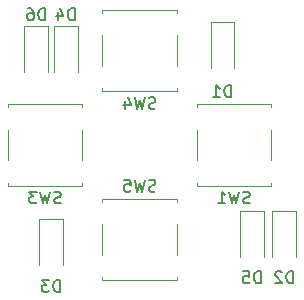
<source format=gbr>
%TF.GenerationSoftware,KiCad,Pcbnew,5.1.9+dfsg1-1*%
%TF.CreationDate,2021-11-08T10:09:36+01:00*%
%TF.ProjectId,Controller,436f6e74-726f-46c6-9c65-722e6b696361,rev?*%
%TF.SameCoordinates,Original*%
%TF.FileFunction,Legend,Bot*%
%TF.FilePolarity,Positive*%
%FSLAX46Y46*%
G04 Gerber Fmt 4.6, Leading zero omitted, Abs format (unit mm)*
G04 Created by KiCad (PCBNEW 5.1.9+dfsg1-1) date 2021-11-08 10:09:36*
%MOMM*%
%LPD*%
G01*
G04 APERTURE LIST*
%ADD10C,0.120000*%
%ADD11C,0.150000*%
G04 APERTURE END LIST*
D10*
%TO.C,SW5*%
X117150000Y-82300000D02*
X117150000Y-82050000D01*
X117150000Y-82050000D02*
X110850000Y-82050000D01*
X110850000Y-82050000D02*
X110850000Y-82300000D01*
X117150000Y-86800000D02*
X117150000Y-84200000D01*
X110850000Y-88700000D02*
X110850000Y-88950000D01*
X110850000Y-88950000D02*
X117150000Y-88950000D01*
X117150000Y-88950000D02*
X117150000Y-88700000D01*
X110850000Y-84200000D02*
X110850000Y-86800000D01*
%TO.C,SW4*%
X110850000Y-72700000D02*
X110850000Y-72950000D01*
X110850000Y-72950000D02*
X117150000Y-72950000D01*
X117150000Y-72950000D02*
X117150000Y-72700000D01*
X110850000Y-68200000D02*
X110850000Y-70800000D01*
X117150000Y-66300000D02*
X117150000Y-66050000D01*
X117150000Y-66050000D02*
X110850000Y-66050000D01*
X110850000Y-66050000D02*
X110850000Y-66300000D01*
X117150000Y-70800000D02*
X117150000Y-68200000D01*
%TO.C,SW3*%
X102850000Y-80700000D02*
X102850000Y-80950000D01*
X102850000Y-80950000D02*
X109150000Y-80950000D01*
X109150000Y-80950000D02*
X109150000Y-80700000D01*
X102850000Y-76200000D02*
X102850000Y-78800000D01*
X109150000Y-74300000D02*
X109150000Y-74050000D01*
X109150000Y-74050000D02*
X102850000Y-74050000D01*
X102850000Y-74050000D02*
X102850000Y-74300000D01*
X109150000Y-78800000D02*
X109150000Y-76200000D01*
%TO.C,SW1*%
X118850000Y-80700000D02*
X118850000Y-80950000D01*
X118850000Y-80950000D02*
X125150000Y-80950000D01*
X125150000Y-80950000D02*
X125150000Y-80700000D01*
X118850000Y-76200000D02*
X118850000Y-78800000D01*
X125150000Y-74300000D02*
X125150000Y-74050000D01*
X125150000Y-74050000D02*
X118850000Y-74050000D01*
X118850000Y-74050000D02*
X118850000Y-74300000D01*
X125150000Y-78800000D02*
X125150000Y-76200000D01*
%TO.C,D6*%
X104250000Y-67400000D02*
X106250000Y-67400000D01*
X106250000Y-67400000D02*
X106250000Y-71300000D01*
X104250000Y-67400000D02*
X104250000Y-71300000D01*
%TO.C,D5*%
X122500000Y-83100000D02*
X124500000Y-83100000D01*
X124500000Y-83100000D02*
X124500000Y-87000000D01*
X122500000Y-83100000D02*
X122500000Y-87000000D01*
%TO.C,D4*%
X106750000Y-67400000D02*
X108750000Y-67400000D01*
X108750000Y-67400000D02*
X108750000Y-71300000D01*
X106750000Y-67400000D02*
X106750000Y-71300000D01*
%TO.C,D3*%
X105500000Y-83750000D02*
X107500000Y-83750000D01*
X107500000Y-83750000D02*
X107500000Y-87650000D01*
X105500000Y-83750000D02*
X105500000Y-87650000D01*
%TO.C,D2*%
X125238000Y-83100000D02*
X127238000Y-83100000D01*
X127238000Y-83100000D02*
X127238000Y-87000000D01*
X125238000Y-83100000D02*
X125238000Y-87000000D01*
%TO.C,D1*%
X120000000Y-67100000D02*
X122000000Y-67100000D01*
X122000000Y-67100000D02*
X122000000Y-71000000D01*
X120000000Y-67100000D02*
X120000000Y-71000000D01*
%TO.C,SW5*%
D11*
X115333333Y-81404761D02*
X115190476Y-81452380D01*
X114952380Y-81452380D01*
X114857142Y-81404761D01*
X114809523Y-81357142D01*
X114761904Y-81261904D01*
X114761904Y-81166666D01*
X114809523Y-81071428D01*
X114857142Y-81023809D01*
X114952380Y-80976190D01*
X115142857Y-80928571D01*
X115238095Y-80880952D01*
X115285714Y-80833333D01*
X115333333Y-80738095D01*
X115333333Y-80642857D01*
X115285714Y-80547619D01*
X115238095Y-80500000D01*
X115142857Y-80452380D01*
X114904761Y-80452380D01*
X114761904Y-80500000D01*
X114428571Y-80452380D02*
X114190476Y-81452380D01*
X114000000Y-80738095D01*
X113809523Y-81452380D01*
X113571428Y-80452380D01*
X112714285Y-80452380D02*
X113190476Y-80452380D01*
X113238095Y-80928571D01*
X113190476Y-80880952D01*
X113095238Y-80833333D01*
X112857142Y-80833333D01*
X112761904Y-80880952D01*
X112714285Y-80928571D01*
X112666666Y-81023809D01*
X112666666Y-81261904D01*
X112714285Y-81357142D01*
X112761904Y-81404761D01*
X112857142Y-81452380D01*
X113095238Y-81452380D01*
X113190476Y-81404761D01*
X113238095Y-81357142D01*
%TO.C,SW4*%
X115333333Y-74404761D02*
X115190476Y-74452380D01*
X114952380Y-74452380D01*
X114857142Y-74404761D01*
X114809523Y-74357142D01*
X114761904Y-74261904D01*
X114761904Y-74166666D01*
X114809523Y-74071428D01*
X114857142Y-74023809D01*
X114952380Y-73976190D01*
X115142857Y-73928571D01*
X115238095Y-73880952D01*
X115285714Y-73833333D01*
X115333333Y-73738095D01*
X115333333Y-73642857D01*
X115285714Y-73547619D01*
X115238095Y-73500000D01*
X115142857Y-73452380D01*
X114904761Y-73452380D01*
X114761904Y-73500000D01*
X114428571Y-73452380D02*
X114190476Y-74452380D01*
X114000000Y-73738095D01*
X113809523Y-74452380D01*
X113571428Y-73452380D01*
X112761904Y-73785714D02*
X112761904Y-74452380D01*
X113000000Y-73404761D02*
X113238095Y-74119047D01*
X112619047Y-74119047D01*
%TO.C,SW3*%
X107333333Y-82404761D02*
X107190476Y-82452380D01*
X106952380Y-82452380D01*
X106857142Y-82404761D01*
X106809523Y-82357142D01*
X106761904Y-82261904D01*
X106761904Y-82166666D01*
X106809523Y-82071428D01*
X106857142Y-82023809D01*
X106952380Y-81976190D01*
X107142857Y-81928571D01*
X107238095Y-81880952D01*
X107285714Y-81833333D01*
X107333333Y-81738095D01*
X107333333Y-81642857D01*
X107285714Y-81547619D01*
X107238095Y-81500000D01*
X107142857Y-81452380D01*
X106904761Y-81452380D01*
X106761904Y-81500000D01*
X106428571Y-81452380D02*
X106190476Y-82452380D01*
X106000000Y-81738095D01*
X105809523Y-82452380D01*
X105571428Y-81452380D01*
X105285714Y-81452380D02*
X104666666Y-81452380D01*
X105000000Y-81833333D01*
X104857142Y-81833333D01*
X104761904Y-81880952D01*
X104714285Y-81928571D01*
X104666666Y-82023809D01*
X104666666Y-82261904D01*
X104714285Y-82357142D01*
X104761904Y-82404761D01*
X104857142Y-82452380D01*
X105142857Y-82452380D01*
X105238095Y-82404761D01*
X105285714Y-82357142D01*
%TO.C,SW1*%
X123333333Y-82404761D02*
X123190476Y-82452380D01*
X122952380Y-82452380D01*
X122857142Y-82404761D01*
X122809523Y-82357142D01*
X122761904Y-82261904D01*
X122761904Y-82166666D01*
X122809523Y-82071428D01*
X122857142Y-82023809D01*
X122952380Y-81976190D01*
X123142857Y-81928571D01*
X123238095Y-81880952D01*
X123285714Y-81833333D01*
X123333333Y-81738095D01*
X123333333Y-81642857D01*
X123285714Y-81547619D01*
X123238095Y-81500000D01*
X123142857Y-81452380D01*
X122904761Y-81452380D01*
X122761904Y-81500000D01*
X122428571Y-81452380D02*
X122190476Y-82452380D01*
X122000000Y-81738095D01*
X121809523Y-82452380D01*
X121571428Y-81452380D01*
X120666666Y-82452380D02*
X121238095Y-82452380D01*
X120952380Y-82452380D02*
X120952380Y-81452380D01*
X121047619Y-81595238D01*
X121142857Y-81690476D01*
X121238095Y-81738095D01*
%TO.C,D6*%
X105988095Y-66952380D02*
X105988095Y-65952380D01*
X105750000Y-65952380D01*
X105607142Y-66000000D01*
X105511904Y-66095238D01*
X105464285Y-66190476D01*
X105416666Y-66380952D01*
X105416666Y-66523809D01*
X105464285Y-66714285D01*
X105511904Y-66809523D01*
X105607142Y-66904761D01*
X105750000Y-66952380D01*
X105988095Y-66952380D01*
X104559523Y-65952380D02*
X104750000Y-65952380D01*
X104845238Y-66000000D01*
X104892857Y-66047619D01*
X104988095Y-66190476D01*
X105035714Y-66380952D01*
X105035714Y-66761904D01*
X104988095Y-66857142D01*
X104940476Y-66904761D01*
X104845238Y-66952380D01*
X104654761Y-66952380D01*
X104559523Y-66904761D01*
X104511904Y-66857142D01*
X104464285Y-66761904D01*
X104464285Y-66523809D01*
X104511904Y-66428571D01*
X104559523Y-66380952D01*
X104654761Y-66333333D01*
X104845238Y-66333333D01*
X104940476Y-66380952D01*
X104988095Y-66428571D01*
X105035714Y-66523809D01*
%TO.C,D5*%
X124238095Y-89202380D02*
X124238095Y-88202380D01*
X124000000Y-88202380D01*
X123857142Y-88250000D01*
X123761904Y-88345238D01*
X123714285Y-88440476D01*
X123666666Y-88630952D01*
X123666666Y-88773809D01*
X123714285Y-88964285D01*
X123761904Y-89059523D01*
X123857142Y-89154761D01*
X124000000Y-89202380D01*
X124238095Y-89202380D01*
X122761904Y-88202380D02*
X123238095Y-88202380D01*
X123285714Y-88678571D01*
X123238095Y-88630952D01*
X123142857Y-88583333D01*
X122904761Y-88583333D01*
X122809523Y-88630952D01*
X122761904Y-88678571D01*
X122714285Y-88773809D01*
X122714285Y-89011904D01*
X122761904Y-89107142D01*
X122809523Y-89154761D01*
X122904761Y-89202380D01*
X123142857Y-89202380D01*
X123238095Y-89154761D01*
X123285714Y-89107142D01*
%TO.C,D4*%
X108488095Y-66952380D02*
X108488095Y-65952380D01*
X108250000Y-65952380D01*
X108107142Y-66000000D01*
X108011904Y-66095238D01*
X107964285Y-66190476D01*
X107916666Y-66380952D01*
X107916666Y-66523809D01*
X107964285Y-66714285D01*
X108011904Y-66809523D01*
X108107142Y-66904761D01*
X108250000Y-66952380D01*
X108488095Y-66952380D01*
X107059523Y-66285714D02*
X107059523Y-66952380D01*
X107297619Y-65904761D02*
X107535714Y-66619047D01*
X106916666Y-66619047D01*
%TO.C,D3*%
X107238095Y-89952380D02*
X107238095Y-88952380D01*
X107000000Y-88952380D01*
X106857142Y-89000000D01*
X106761904Y-89095238D01*
X106714285Y-89190476D01*
X106666666Y-89380952D01*
X106666666Y-89523809D01*
X106714285Y-89714285D01*
X106761904Y-89809523D01*
X106857142Y-89904761D01*
X107000000Y-89952380D01*
X107238095Y-89952380D01*
X106333333Y-88952380D02*
X105714285Y-88952380D01*
X106047619Y-89333333D01*
X105904761Y-89333333D01*
X105809523Y-89380952D01*
X105761904Y-89428571D01*
X105714285Y-89523809D01*
X105714285Y-89761904D01*
X105761904Y-89857142D01*
X105809523Y-89904761D01*
X105904761Y-89952380D01*
X106190476Y-89952380D01*
X106285714Y-89904761D01*
X106333333Y-89857142D01*
%TO.C,D2*%
X126988095Y-89202380D02*
X126988095Y-88202380D01*
X126750000Y-88202380D01*
X126607142Y-88250000D01*
X126511904Y-88345238D01*
X126464285Y-88440476D01*
X126416666Y-88630952D01*
X126416666Y-88773809D01*
X126464285Y-88964285D01*
X126511904Y-89059523D01*
X126607142Y-89154761D01*
X126750000Y-89202380D01*
X126988095Y-89202380D01*
X126035714Y-88297619D02*
X125988095Y-88250000D01*
X125892857Y-88202380D01*
X125654761Y-88202380D01*
X125559523Y-88250000D01*
X125511904Y-88297619D01*
X125464285Y-88392857D01*
X125464285Y-88488095D01*
X125511904Y-88630952D01*
X126083333Y-89202380D01*
X125464285Y-89202380D01*
%TO.C,D1*%
X121738095Y-73452380D02*
X121738095Y-72452380D01*
X121500000Y-72452380D01*
X121357142Y-72500000D01*
X121261904Y-72595238D01*
X121214285Y-72690476D01*
X121166666Y-72880952D01*
X121166666Y-73023809D01*
X121214285Y-73214285D01*
X121261904Y-73309523D01*
X121357142Y-73404761D01*
X121500000Y-73452380D01*
X121738095Y-73452380D01*
X120214285Y-73452380D02*
X120785714Y-73452380D01*
X120500000Y-73452380D02*
X120500000Y-72452380D01*
X120595238Y-72595238D01*
X120690476Y-72690476D01*
X120785714Y-72738095D01*
%TD*%
M02*

</source>
